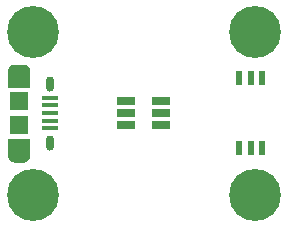
<source format=gbr>
G04 #@! TF.GenerationSoftware,KiCad,Pcbnew,(5.1.9)-1*
G04 #@! TF.CreationDate,2021-01-27T13:34:44-08:00*
G04 #@! TF.ProjectId,AnalogFaderV1,416e616c-6f67-4466-9164-657256312e6b,rev?*
G04 #@! TF.SameCoordinates,Original*
G04 #@! TF.FileFunction,Soldermask,Top*
G04 #@! TF.FilePolarity,Negative*
%FSLAX46Y46*%
G04 Gerber Fmt 4.6, Leading zero omitted, Abs format (unit mm)*
G04 Created by KiCad (PCBNEW (5.1.9)-1) date 2021-01-27 13:34:44*
%MOMM*%
%LPD*%
G01*
G04 APERTURE LIST*
%ADD10C,0.000100*%
%ADD11C,4.399999*%
%ADD12R,1.350000X0.400000*%
%ADD13O,0.650000X1.300000*%
%ADD14O,1.550000X0.775000*%
%ADD15R,1.550000X1.500000*%
%ADD16R,0.500000X1.200000*%
%ADD17R,1.600000X0.700000*%
G04 APERTURE END LIST*
D10*
G36*
X110831900Y-52489900D02*
G01*
X110831900Y-51089900D01*
X112581900Y-51089900D01*
X112581900Y-52489900D01*
X112581215Y-52516068D01*
X112579161Y-52542164D01*
X112575744Y-52568117D01*
X112570974Y-52593856D01*
X112564863Y-52619310D01*
X112557428Y-52644408D01*
X112548690Y-52669084D01*
X112538673Y-52693268D01*
X112527403Y-52716895D01*
X112514913Y-52739900D01*
X112501235Y-52762220D01*
X112486408Y-52783793D01*
X112470473Y-52804560D01*
X112453472Y-52824465D01*
X112435453Y-52843453D01*
X112416465Y-52861472D01*
X112396560Y-52878473D01*
X112375793Y-52894408D01*
X112354220Y-52909235D01*
X112331900Y-52922913D01*
X112308895Y-52935403D01*
X112285268Y-52946673D01*
X112261084Y-52956690D01*
X112236408Y-52965428D01*
X112211310Y-52972863D01*
X112185856Y-52978974D01*
X112160117Y-52983744D01*
X112134164Y-52987161D01*
X112108068Y-52989215D01*
X112081900Y-52989900D01*
X111331900Y-52989900D01*
X111305732Y-52989215D01*
X111279636Y-52987161D01*
X111253683Y-52983744D01*
X111227944Y-52978974D01*
X111202490Y-52972863D01*
X111177392Y-52965428D01*
X111152716Y-52956690D01*
X111128532Y-52946673D01*
X111104905Y-52935403D01*
X111081900Y-52922913D01*
X111059580Y-52909235D01*
X111038007Y-52894408D01*
X111017240Y-52878473D01*
X110997335Y-52861472D01*
X110978347Y-52843453D01*
X110960328Y-52824465D01*
X110943327Y-52804560D01*
X110927392Y-52783793D01*
X110912565Y-52762220D01*
X110898887Y-52739900D01*
X110886397Y-52716895D01*
X110875127Y-52693268D01*
X110865110Y-52669084D01*
X110856372Y-52644408D01*
X110848937Y-52619310D01*
X110842826Y-52593856D01*
X110838056Y-52568117D01*
X110834639Y-52542164D01*
X110832585Y-52516068D01*
X110831900Y-52489900D01*
G37*
X110831900Y-52489900D02*
X110831900Y-51089900D01*
X112581900Y-51089900D01*
X112581900Y-52489900D01*
X112581215Y-52516068D01*
X112579161Y-52542164D01*
X112575744Y-52568117D01*
X112570974Y-52593856D01*
X112564863Y-52619310D01*
X112557428Y-52644408D01*
X112548690Y-52669084D01*
X112538673Y-52693268D01*
X112527403Y-52716895D01*
X112514913Y-52739900D01*
X112501235Y-52762220D01*
X112486408Y-52783793D01*
X112470473Y-52804560D01*
X112453472Y-52824465D01*
X112435453Y-52843453D01*
X112416465Y-52861472D01*
X112396560Y-52878473D01*
X112375793Y-52894408D01*
X112354220Y-52909235D01*
X112331900Y-52922913D01*
X112308895Y-52935403D01*
X112285268Y-52946673D01*
X112261084Y-52956690D01*
X112236408Y-52965428D01*
X112211310Y-52972863D01*
X112185856Y-52978974D01*
X112160117Y-52983744D01*
X112134164Y-52987161D01*
X112108068Y-52989215D01*
X112081900Y-52989900D01*
X111331900Y-52989900D01*
X111305732Y-52989215D01*
X111279636Y-52987161D01*
X111253683Y-52983744D01*
X111227944Y-52978974D01*
X111202490Y-52972863D01*
X111177392Y-52965428D01*
X111152716Y-52956690D01*
X111128532Y-52946673D01*
X111104905Y-52935403D01*
X111081900Y-52922913D01*
X111059580Y-52909235D01*
X111038007Y-52894408D01*
X111017240Y-52878473D01*
X110997335Y-52861472D01*
X110978347Y-52843453D01*
X110960328Y-52824465D01*
X110943327Y-52804560D01*
X110927392Y-52783793D01*
X110912565Y-52762220D01*
X110898887Y-52739900D01*
X110886397Y-52716895D01*
X110875127Y-52693268D01*
X110865110Y-52669084D01*
X110856372Y-52644408D01*
X110848937Y-52619310D01*
X110842826Y-52593856D01*
X110838056Y-52568117D01*
X110834639Y-52542164D01*
X110832585Y-52516068D01*
X110831900Y-52489900D01*
G36*
X112581900Y-45289900D02*
G01*
X112581900Y-46689900D01*
X110831900Y-46689900D01*
X110831900Y-45289900D01*
X110832585Y-45263732D01*
X110834639Y-45237636D01*
X110838056Y-45211683D01*
X110842826Y-45185944D01*
X110848937Y-45160490D01*
X110856372Y-45135392D01*
X110865110Y-45110716D01*
X110875127Y-45086532D01*
X110886397Y-45062905D01*
X110898887Y-45039900D01*
X110912565Y-45017580D01*
X110927392Y-44996007D01*
X110943327Y-44975240D01*
X110960328Y-44955335D01*
X110978347Y-44936347D01*
X110997335Y-44918328D01*
X111017240Y-44901327D01*
X111038007Y-44885392D01*
X111059580Y-44870565D01*
X111081900Y-44856887D01*
X111104905Y-44844397D01*
X111128532Y-44833127D01*
X111152716Y-44823110D01*
X111177392Y-44814372D01*
X111202490Y-44806937D01*
X111227944Y-44800826D01*
X111253683Y-44796056D01*
X111279636Y-44792639D01*
X111305732Y-44790585D01*
X111331900Y-44789900D01*
X112081900Y-44789900D01*
X112108068Y-44790585D01*
X112134164Y-44792639D01*
X112160117Y-44796056D01*
X112185856Y-44800826D01*
X112211310Y-44806937D01*
X112236408Y-44814372D01*
X112261084Y-44823110D01*
X112285268Y-44833127D01*
X112308895Y-44844397D01*
X112331900Y-44856887D01*
X112354220Y-44870565D01*
X112375793Y-44885392D01*
X112396560Y-44901327D01*
X112416465Y-44918328D01*
X112435453Y-44936347D01*
X112453472Y-44955335D01*
X112470473Y-44975240D01*
X112486408Y-44996007D01*
X112501235Y-45017580D01*
X112514913Y-45039900D01*
X112527403Y-45062905D01*
X112538673Y-45086532D01*
X112548690Y-45110716D01*
X112557428Y-45135392D01*
X112564863Y-45160490D01*
X112570974Y-45185944D01*
X112575744Y-45211683D01*
X112579161Y-45237636D01*
X112581215Y-45263732D01*
X112581900Y-45289900D01*
G37*
X112581900Y-45289900D02*
X112581900Y-46689900D01*
X110831900Y-46689900D01*
X110831900Y-45289900D01*
X110832585Y-45263732D01*
X110834639Y-45237636D01*
X110838056Y-45211683D01*
X110842826Y-45185944D01*
X110848937Y-45160490D01*
X110856372Y-45135392D01*
X110865110Y-45110716D01*
X110875127Y-45086532D01*
X110886397Y-45062905D01*
X110898887Y-45039900D01*
X110912565Y-45017580D01*
X110927392Y-44996007D01*
X110943327Y-44975240D01*
X110960328Y-44955335D01*
X110978347Y-44936347D01*
X110997335Y-44918328D01*
X111017240Y-44901327D01*
X111038007Y-44885392D01*
X111059580Y-44870565D01*
X111081900Y-44856887D01*
X111104905Y-44844397D01*
X111128532Y-44833127D01*
X111152716Y-44823110D01*
X111177392Y-44814372D01*
X111202490Y-44806937D01*
X111227944Y-44800826D01*
X111253683Y-44796056D01*
X111279636Y-44792639D01*
X111305732Y-44790585D01*
X111331900Y-44789900D01*
X112081900Y-44789900D01*
X112108068Y-44790585D01*
X112134164Y-44792639D01*
X112160117Y-44796056D01*
X112185856Y-44800826D01*
X112211310Y-44806937D01*
X112236408Y-44814372D01*
X112261084Y-44823110D01*
X112285268Y-44833127D01*
X112308895Y-44844397D01*
X112331900Y-44856887D01*
X112354220Y-44870565D01*
X112375793Y-44885392D01*
X112396560Y-44901327D01*
X112416465Y-44918328D01*
X112435453Y-44936347D01*
X112453472Y-44955335D01*
X112470473Y-44975240D01*
X112486408Y-44996007D01*
X112501235Y-45017580D01*
X112514913Y-45039900D01*
X112527403Y-45062905D01*
X112538673Y-45086532D01*
X112548690Y-45110716D01*
X112557428Y-45135392D01*
X112564863Y-45160490D01*
X112570974Y-45185944D01*
X112575744Y-45211683D01*
X112579161Y-45237636D01*
X112581215Y-45263732D01*
X112581900Y-45289900D01*
D11*
X112915700Y-55791100D03*
X131749800Y-55791100D03*
X131749800Y-41986200D03*
X112915700Y-41986200D03*
D12*
X114406900Y-47589900D03*
X114406900Y-48239900D03*
X114406900Y-48889900D03*
X114406900Y-49539900D03*
X114406900Y-50189900D03*
D13*
X114406900Y-46389900D03*
X114406900Y-51389900D03*
D14*
X111706900Y-45389900D03*
D15*
X111706900Y-47889900D03*
X111706900Y-49889900D03*
D14*
X111706900Y-52389900D03*
D16*
X130343400Y-45957700D03*
X131343400Y-45957700D03*
X132343400Y-45957700D03*
X130343400Y-51857700D03*
X131343400Y-51857700D03*
X132343400Y-51857700D03*
D17*
X120801000Y-47832300D03*
X120801000Y-48882300D03*
X120801000Y-49932300D03*
X123801000Y-47832300D03*
X123801000Y-48882300D03*
X123801000Y-49932300D03*
M02*

</source>
